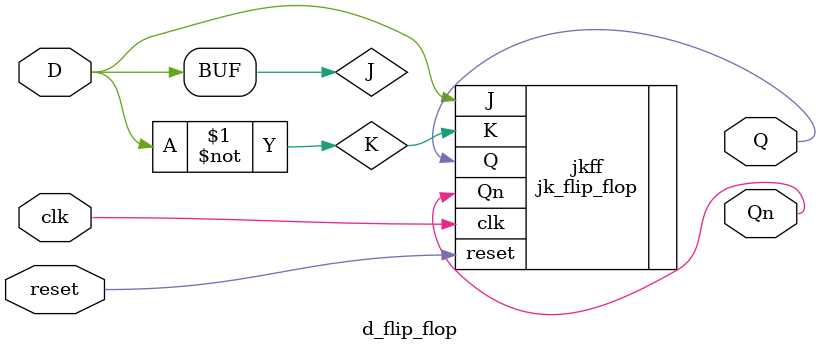
<source format=v>
module d_flip_flop (
    input wire D,
    input wire clk,
    input wire reset,
    output wire Q,
    output wire Qn
);
    // Internal signals for JK Flip-Flop
    wire J, K;

    // Assign inputs for JK Flip-Flop based on D
    assign J = D;
    assign K = ~D;

    // Instantiate JK Flip-Flop with reset
    jk_flip_flop jkff (
        .J(J),
        .K(K),
        .clk(clk),
        .reset(reset),
        .Q(Q),
        .Qn(Qn)
    );
endmodule

</source>
